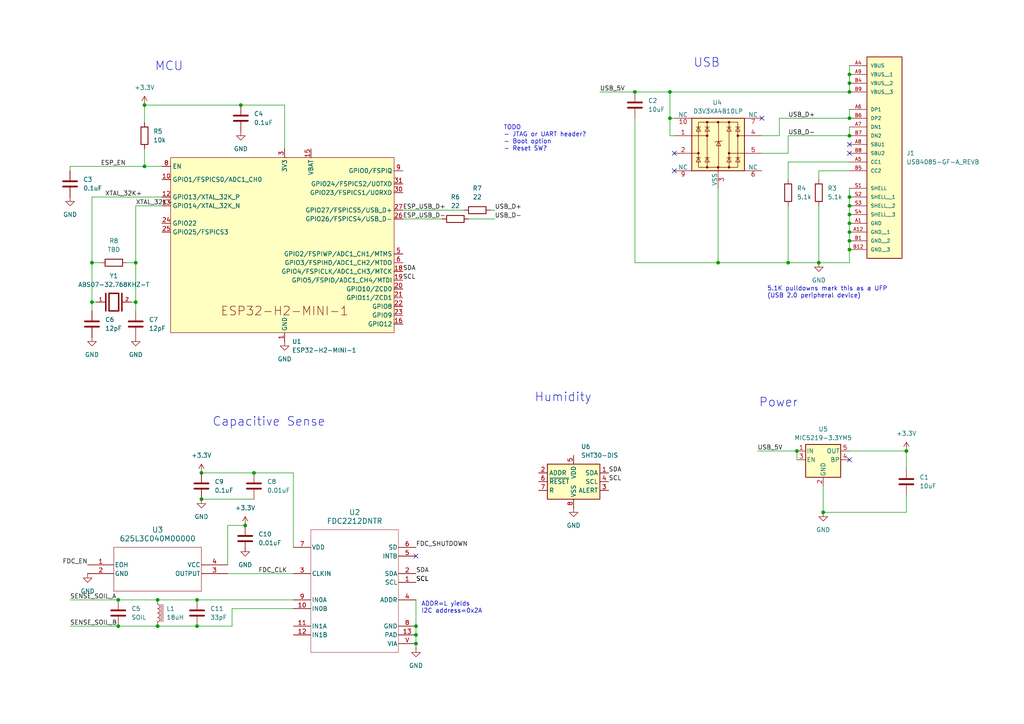
<source format=kicad_sch>
(kicad_sch (version 20250114) (generator "eeschema") (generator_version "9.0")
  (paper "A4")
  (lib_symbols
    (symbol "625L3C040M00000:625L3C040M00000" (pin_names (offset 0.254))
      (property "Reference" "U" (at 20.32 10.16 0))
      (property "Value" "625L3C040M00000" (at 20.32 7.62 0))
      (symbol "625L3C040M00000_0_1"
        (polyline (pts (xy 7.62 5.08) (xy 7.62 -7.62)) (stroke (width 0.127)))
        (polyline (pts (xy 7.62 -7.62) (xy 33.02 -7.62)) (stroke (width 0.127)))
        (polyline (pts (xy 33.02 5.08) (xy 7.62 5.08)) (stroke (width 0.127)))
        (polyline (pts (xy 33.02 -7.62) (xy 33.02 5.08)) (stroke (width 0.127)))
        (pin unspecified line (at 0 0 0) (length 7.62) (name "EOH") (number "1"))
        (pin power_out line (at 0 -2.54 0) (length 7.62) (name "GND") (number "2"))
        (pin power_in line (at 40.64 0 180) (length 7.62) (name "VCC") (number "4"))
        (pin output line (at 40.64 -2.54 180) (length 7.62) (name "OUTPUT") (number "3"))
      )
    )
    (symbol "ABS07-32.768KHZ-T:ABS07-32.768KHZ-T" (pin_names (offset 1.016))
      (property "Reference" "Y" (at -5.0878 3.8159 0))
      (property "Value" "ABS07-32.768KHZ-T" (at -5.0944 -5.0944 0))
      (symbol "ABS07-32.768KHZ-T_0_0"
        (polyline (pts (xy -2.3368 2.54) (xy -2.3368 -2.54)) (stroke (width 0.4064)))
        (polyline (pts (xy -1.397 2.54) (xy -1.397 -2.54)) (stroke (width 0.4064)))
        (polyline (pts (xy -1.397 2.54) (xy 1.397 2.54)) (stroke (width 0.4064)))
        (polyline (pts (xy 1.397 2.54) (xy 1.397 -2.54)) (stroke (width 0.4064)))
        (polyline (pts (xy 1.397 -2.54) (xy -1.397 -2.54)) (stroke (width 0.4064)))
        (polyline (pts (xy 2.3368 2.54) (xy 2.3368 -2.54)) (stroke (width 0.4064)))
        (pin passive line (at -5.08 0 0) (length 2.54) (name "~") (number "1"))
        (pin passive line (at 5.08 0 180) (length 2.54) (name "~") (number "2"))
      )
    )
    (symbol "Device:C" (pin_numbers (hide yes)) (pin_names (offset 0.254))
      (property "Reference" "C" (at 0.635 2.54 0))
      (property "Value" "C" (at 0.635 -2.54 0))
      (symbol "C_0_1"
        (polyline (pts (xy -2.032 0.762) (xy 2.032 0.762)) (stroke (width 0.508)))
        (polyline (pts (xy -2.032 -0.762) (xy 2.032 -0.762)) (stroke (width 0.508)))
      )
      (symbol "C_1_1"
        (pin passive line (at 0 3.81 270) (length 2.794) (name "~") (number "1"))
        (pin passive line (at 0 -3.81 90) (length 2.794) (name "~") (number "2"))
      )
    )
    (symbol "Device:L_Iron" (pin_numbers (hide yes)) (pin_names (offset 1.016) (hide yes))
      (property "Reference" "L" (at -1.27 0 90))
      (property "Value" "L_Iron" (at 2.794 0 90))
      (symbol "L_Iron_0_1"
        (arc (start 0 2.54) (mid 0.6323 1.905) (end 0 1.27))
        (arc (start 0 1.27) (mid 0.6323 0.635) (end 0 0))
        (arc (start 0 0) (mid 0.6323 -0.635) (end 0 -1.27))
        (arc (start 0 -1.27) (mid 0.6323 -1.905) (end 0 -2.54))
        (polyline (pts (xy 1.016 2.54) (xy 1.016 -2.54)))
        (polyline (pts (xy 1.524 -2.54) (xy 1.524 2.54)))
      )
      (symbol "L_Iron_1_1"
        (pin passive line (at 0 3.81 270) (length 1.27) (name "1") (number "1"))
        (pin passive line (at 0 -3.81 90) (length 1.27) (name "2") (number "2"))
      )
    )
    (symbol "Device:R" (pin_numbers (hide yes)) (pin_names (offset 0))
      (property "Reference" "R" (at 2.032 0 90))
      (property "Value" "R" (at 0 0 90))
      (symbol "R_0_1"
        (rectangle (start -1.016 -2.54) (end 1.016 2.54) (stroke (width 0.254)))
      )
      (symbol "R_1_1"
        (pin passive line (at 0 3.81 270) (length 1.27) (name "~") (number "1"))
        (pin passive line (at 0 -3.81 90) (length 1.27) (name "~") (number "2"))
      )
    )
    (symbol "FDC2212DNTR:FDC2212DNTR" (pin_names (offset 0.254))
      (property "Reference" "U" (at 0 2.54 0))
      (property "Value" "FDC2212DNTR" (at 0 0 0))
      (symbol "FDC2212DNTR_0_1"
        (polyline (pts (xy -12.7 17.78) (xy -12.7 -17.78)) (stroke (width 0.1016)))
        (polyline (pts (xy -12.7 -17.78) (xy 12.7 -17.78)) (stroke (width 0.1016)))
        (polyline (pts (xy 12.7 17.78) (xy -12.7 17.78)) (stroke (width 0.1016)))
        (polyline (pts (xy 12.7 -17.78) (xy 12.7 17.78)) (stroke (width 0.1016)))
        (pin power_in line (at -17.78 12.7 0) (length 5.08) (name "VDD") (number "7"))
        (pin input line (at -17.78 5.08 0) (length 5.08) (name "CLKIN") (number "3"))
        (pin input line (at -17.78 -2.54 0) (length 5.08) (name "IN0A") (number "9"))
        (pin input line (at -17.78 -5.08 0) (length 5.08) (name "IN0B") (number "10"))
        (pin input line (at -17.78 -10.16 0) (length 5.08) (name "IN1A") (number "11"))
        (pin input line (at -17.78 -12.7 0) (length 5.08) (name "IN1B") (number "12"))
        (pin input line (at 17.78 12.7 180) (length 5.08) (name "SD") (number "6"))
        (pin output line (at 17.78 10.16 180) (length 5.08) (name "INTB") (number "5"))
        (pin bidirectional line (at 17.78 5.08 180) (length 5.08) (name "SDA") (number "2"))
        (pin input line (at 17.78 2.54 180) (length 5.08) (name "SCL") (number "1"))
        (pin input line (at 17.78 -2.54 180) (length 5.08) (name "ADDR") (number "4"))
      )
      (symbol "FDC2212DNTR_1_1"
        (pin power_in line (at 17.78 -10.16 180) (length 5.08) (name "GND") (number "8"))
        (pin power_in line (at 17.78 -12.7 180) (length 5.08) (name "PAD") (number "13"))
        (pin power_in line (at 17.78 -15.24 180) (length 5.08) (name "VIA") (number "V"))
      )
    )
    (symbol "PCM_Espressif:ESP32-H2-MINI-1"
      (property "Reference" "U" (at -33.02 30.48 0))
      (property "Value" "ESP32-H2-MINI-1" (at -33.02 27.94 0))
      (symbol "ESP32-H2-MINI-1_0_1"
        (rectangle (start -33.02 25.4) (end 31.75 -25.4) (fill (type background)))
      )
      (symbol "ESP32-H2-MINI-1_1_0"
        (text "ESP32-H2-MINI-1" (at 0 -19.05 0) (effects (font (size 2.54 2.54))))
        (pin bidirectional line (at -35.56 19.05 0) (length 2.54) (name "GPIO1/FSPICS0/ADC1_CH0") (number "10"))
        (pin bidirectional line (at -35.56 6.35 0) (length 2.54) (name "GPIO22") (number "24"))
        (pin bidirectional line (at -35.56 3.81 0) (length 2.54) (name "GPIO25/FSPICS3") (number "25"))
        (pin no_connect line (at -35.56 -13.97 0) (length 2.54) (hide yes) (name "NC") (number "17"))
        (pin no_connect line (at -35.56 -13.97 0) (length 2.54) (hide yes) (name "NC") (number "28"))
        (pin no_connect line (at -35.56 -13.97 0) (length 2.54) (hide yes) (name "NC") (number "29"))
        (pin no_connect line (at -35.56 -13.97 0) (length 2.54) (hide yes) (name "NC") (number "32"))
        (pin no_connect line (at -35.56 -13.97 0) (length 2.54) (hide yes) (name "NC") (number "33"))
        (pin no_connect line (at -35.56 -13.97 0) (length 2.54) (hide yes) (name "NC") (number "34"))
        (pin no_connect line (at -35.56 -13.97 0) (length 2.54) (hide yes) (name "NC") (number "35"))
        (pin no_connect line (at -35.56 -13.97 0) (length 2.54) (hide yes) (name "NC") (number "4"))
        (pin no_connect line (at -35.56 -13.97 0) (length 2.54) (hide yes) (name "NC") (number "7"))
        (pin bidirectional line (at 34.29 21.59 180) (length 2.54) (name "GPIO0/FSPIQ") (number "9"))
      )
      (symbol "ESP32-H2-MINI-1_1_1"
        (pin input line (at -35.56 22.86 0) (length 2.54) (name "EN") (number "8"))
        (pin bidirectional line (at -35.56 13.97 0) (length 2.54) (name "GPIO13/XTAL_32K_P") (number "12"))
        (pin bidirectional line (at -35.56 11.43 0) (length 2.54) (name "GPIO14/XTAL_32K_N") (number "13"))
        (pin power_in line (at 0 27.94 270) (length 2.54) (name "3V3") (number "3"))
        (pin power_in line (at 0 -27.94 90) (length 2.54) (name "GND") (number "1"))
        (pin passive line (at 0 -27.94 90) (length 2.54) (hide yes) (name "GND") (number "11"))
        (pin passive line (at 0 -27.94 90) (length 2.54) (hide yes) (name "GND") (number "14"))
        (pin passive line (at 0 -27.94 90) (length 2.54) (hide yes) (name "GND") (number "2"))
        (pin passive line (at 0 -27.94 90) (length 2.54) (hide yes) (name "GND") (number "36"))
        (pin passive line (at 0 -27.94 90) (length 2.54) (hide yes) (name "GND") (number "37"))
        (pin passive line (at 0 -27.94 90) (length 2.54) (hide yes) (name "GND") (number "38"))
        (pin passive line (at 0 -27.94 90) (length 2.54) (hide yes) (name "GND") (number "39"))
        (pin passive line (at 0 -27.94 90) (length 2.54) (hide yes) (name "GND") (number "40"))
        (pin passive line (at 0 -27.94 90) (length 2.54) (hide yes) (name "GND") (number "41"))
        (pin passive line (at 0 -27.94 90) (length 2.54) (hide yes) (name "GND") (number "42"))
        (pin passive line (at 0 -27.94 90) (length 2.54) (hide yes) (name "GND") (number "43"))
        (pin passive line (at 0 -27.94 90) (length 2.54) (hide yes) (name "GND") (number "44"))
        (pin passive line (at 0 -27.94 90) (length 2.54) (hide yes) (name "GND") (number "45"))
        (pin passive line (at 0 -27.94 90) (length 2.54) (hide yes) (name "GND") (number "46"))
        (pin passive line (at 0 -27.94 90) (length 2.54) (hide yes) (name "GND") (number "47"))
        (pin passive line (at 0 -27.94 90) (length 2.54) (hide yes) (name "GND") (number "48"))
        (pin passive line (at 0 -27.94 90) (length 2.54) (hide yes) (name "GND") (number "49"))
        (pin passive line (at 0 -27.94 90) (length 2.54) (hide yes) (name "GND") (number "50"))
        (pin passive line (at 0 -27.94 90) (length 2.54) (hide yes) (name "GND") (number "51"))
        (pin passive line (at 0 -27.94 90) (length 2.54) (hide yes) (name "GND") (number "52"))
        (pin passive line (at 0 -27.94 90) (length 2.54) (hide yes) (name "GND") (number "53"))
        (pin input line (at 7.62 27.94 270) (length 2.54) (name "VBAT") (number "15"))
        (pin bidirectional line (at 34.29 17.78 180) (length 2.54) (name "GPIO24/FSPICS2/U0TXD") (number "31"))
        (pin bidirectional line (at 34.29 15.24 180) (length 2.54) (name "GPIO23/FSPICS1/U0RXD") (number "30"))
        (pin bidirectional line (at 34.29 10.16 180) (length 2.54) (name "GPIO27/FSPICS5/USB_D+") (number "27"))
        (pin bidirectional line (at 34.29 7.62 180) (length 2.54) (name "GPIO26/FSPICS4/USB_D-") (number "26"))
        (pin bidirectional line (at 34.29 -2.54 180) (length 2.54) (name "GPIO2/FSPIWP/ADC1_CH1/MTMS") (number "5"))
        (pin bidirectional line (at 34.29 -5.08 180) (length 2.54) (name "GPIO3/FSPIHD/ADC1_CH2/MTDO") (number "6"))
        (pin bidirectional line (at 34.29 -7.62 180) (length 2.54) (name "GPIO4/FSPICLK/ADC1_CH3/MTCK") (number "18"))
        (pin bidirectional line (at 34.29 -10.16 180) (length 2.54) (name "GPIO5/FSPID/ADC1_CH4/MTDI") (number "19"))
        (pin bidirectional line (at 34.29 -12.7 180) (length 2.54) (name "GPIO10/ZCD0") (number "20"))
        (pin bidirectional line (at 34.29 -15.24 180) (length 2.54) (name "GPIO11/ZCD1") (number "21"))
        (pin bidirectional line (at 34.29 -17.78 180) (length 2.54) (name "GPIO8") (number "22"))
        (pin bidirectional line (at 34.29 -20.32 180) (length 2.54) (name "GPIO9") (number "23"))
        (pin bidirectional line (at 34.29 -22.86 180) (length 2.54) (name "GPIO12") (number "16"))
      )
    )
    (symbol "Power_Protection:D3V3XA4B10LP" (pin_names (offset 0))
      (property "Reference" "U" (at -0.635 8.89 0))
      (property "Value" "D3V3XA4B10LP" (at 8.89 -10.16 0))
      (symbol "D3V3XA4B10LP_0_0"
        (rectangle (start -5.715 6.477) (end 5.715 -6.604))
        (polyline (pts (xy -3.175 -6.604) (xy -3.175 6.477)))
        (polyline (pts (xy 0.127 6.477) (xy 0.127 -6.604)))
        (polyline (pts (xy 3.175 6.477) (xy 3.175 -6.604)))
      )
      (symbol "D3V3XA4B10LP_0_1"
        (polyline (pts (xy -7.747 2.54) (xy -3.175 2.54)))
        (rectangle (start -7.62 7.62) (end 7.62 -7.62) (stroke (width 0.254)) (fill (type background)))
        (polyline (pts (xy -7.62 -2.54) (xy -5.715 -2.54)))
        (circle (center -5.715 -2.54) (radius 0.2794) (fill (type outline)))
        (polyline (pts (xy -5.08 5.08) (xy -6.35 5.08)))
        (polyline (pts (xy -5.08 3.81) (xy -6.35 3.81) (xy -5.715 5.08) (xy -5.08 3.81)))
        (polyline (pts (xy -5.08 -3.81) (xy -6.35 -3.81)))
        (polyline (pts (xy -5.08 -5.08) (xy -6.35 -5.08) (xy -5.715 -3.81) (xy -5.08 -5.08)))
        (circle (center -3.175 6.477) (radius 0.2794) (fill (type outline)))
        (circle (center -3.175 2.54) (radius 0.2794) (fill (type outline)))
        (circle (center -3.175 -6.604) (radius 0.2794) (fill (type outline)))
        (polyline (pts (xy -2.54 5.08) (xy -3.81 5.08)))
        (polyline (pts (xy -2.54 3.81) (xy -3.81 3.81) (xy -3.175 5.08) (xy -2.54 3.81)))
        (polyline (pts (xy -2.54 -3.81) (xy -3.81 -3.81)))
        (polyline (pts (xy -2.54 -5.08) (xy -3.81 -5.08) (xy -3.175 -3.81) (xy -2.54 -5.08)))
        (polyline (pts (xy -0.508 0.889) (xy -0.889 0.635)))
        (circle (center 0 6.477) (radius 0.2794) (fill (type outline)))
        (polyline (pts (xy 0 -6.604) (xy 0 -7.62)))
        (circle (center 0 -6.604) (radius 0.2794) (fill (type outline)))
        (polyline (pts (xy 0.762 0.889) (xy -0.508 0.889)))
        (polyline (pts (xy 0.762 0.889) (xy 1.143 1.143)))
        (polyline (pts (xy 0.762 -0.381) (xy -0.508 -0.381) (xy 0.127 0.889) (xy 0.762 -0.381)))
        (circle (center 3.175 6.477) (radius 0.2794) (fill (type outline)))
        (circle (center 3.175 -2.54) (radius 0.2794) (fill (type outline)))
        (circle (center 3.175 -6.604) (radius 0.2794) (fill (type outline)))
        (polyline (pts (xy 3.81 5.08) (xy 2.54 5.08)))
        (polyline (pts (xy 3.81 3.81) (xy 2.54 3.81) (xy 3.175 5.08) (xy 3.81 3.81)))
        (polyline (pts (xy 3.81 -3.81) (xy 2.54 -3.81)))
        (polyline (pts (xy 3.81 -5.08) (xy 2.54 -5.08) (xy 3.175 -3.81) (xy 3.81 -5.08)))
        (circle (center 5.715 2.54) (radius 0.2794) (fill (type outline)))
        (polyline (pts (xy 6.35 5.08) (xy 5.08 5.08)))
        (polyline (pts (xy 6.35 3.81) (xy 5.08 3.81) (xy 5.715 5.08) (xy 6.35 3.81)))
        (polyline (pts (xy 6.35 -3.81) (xy 5.08 -3.81)))
        (polyline (pts (xy 6.35 -5.08) (xy 5.08 -5.08) (xy 5.715 -3.81) (xy 6.35 -5.08)))
        (polyline (pts (xy 7.62 2.54) (xy 5.715 2.54)))
        (polyline (pts (xy 7.62 -2.54) (xy 3.175 -2.54)))
      )
      (symbol "D3V3XA4B10LP_1_1"
        (pin free line (at -12.7 7.62 0) (length 5.08) (name "NC") (number "10"))
        (pin passive line (at -12.7 2.54 0) (length 5.08) (name "~") (number "1"))
        (pin passive line (at -12.7 -2.54 0) (length 5.08) (name "~") (number "2"))
        (pin free line (at -12.7 -7.62 0) (length 5.08) (name "NC") (number "9"))
        (pin power_in line (at 0 -12.7 90) (length 5.08) (name "VSS") (number "3"))
        (pin passive line (at 0 -12.7 90) (length 5.08) (hide yes) (name "VSS") (number "8"))
        (pin free line (at 12.7 7.62 180) (length 5.08) (name "NC") (number "7"))
        (pin passive line (at 12.7 2.54 180) (length 5.08) (name "~") (number "4"))
        (pin passive line (at 12.7 -2.54 180) (length 5.08) (name "~") (number "5"))
        (pin free line (at 12.7 -7.62 180) (length 5.08) (name "NC") (number "6"))
      )
    )
    (symbol "Regulator_Linear:MIC5219-3.3YM5" (pin_names (offset 0.254))
      (property "Reference" "U" (at -3.81 5.715 0))
      (property "Value" "MIC5219-3.3YM5" (at 0 5.715 0))
      (symbol "MIC5219-3.3YM5_0_1"
        (rectangle (start -5.08 4.445) (end 5.08 -5.08) (stroke (width 0.254)) (fill (type background)))
      )
      (symbol "MIC5219-3.3YM5_1_1"
        (pin power_in line (at -7.62 2.54 0) (length 2.54) (name "IN") (number "1"))
        (pin input line (at -7.62 0 0) (length 2.54) (name "EN") (number "3"))
        (pin power_in line (at 0 -7.62 90) (length 2.54) (name "GND") (number "2"))
        (pin power_out line (at 7.62 2.54 180) (length 2.54) (name "OUT") (number "5"))
        (pin input line (at 7.62 0 180) (length 2.54) (name "BP") (number "4"))
      )
    )
    (symbol "Sensor_Humidity:SHT30-DIS"
      (property "Reference" "U" (at -6.35 6.35 0))
      (property "Value" "SHT30-DIS" (at 6.35 6.35 0))
      (symbol "SHT30-DIS_0_1"
        (rectangle (start -7.62 5.08) (end 7.62 -5.08) (stroke (width 0.254)) (fill (type background)))
      )
      (symbol "SHT30-DIS_1_1"
        (pin input line (at -10.16 2.54 0) (length 2.54) (name "ADDR") (number "2"))
        (pin input line (at -10.16 0 0) (length 2.54) (name "~{RESET}") (number "6"))
        (pin passive line (at -10.16 -2.54 0) (length 2.54) (name "R") (number "7"))
        (pin power_in line (at 0 7.62 270) (length 2.54) (name "VDD") (number "5"))
        (pin power_in line (at 0 -7.62 90) (length 2.54) (name "VSS") (number "8"))
        (pin passive line (at 0 -7.62 90) (length 2.54) (hide yes) (name "VSS") (number "9"))
        (pin bidirectional line (at 10.16 2.54 180) (length 2.54) (name "SDA") (number "1"))
        (pin input line (at 10.16 0 180) (length 2.54) (name "SCL") (number "4"))
        (pin output line (at 10.16 -2.54 180) (length 2.54) (name "ALERT") (number "3"))
      )
    )
    (symbol "USB4085-GF-A_REVB:USB4085-GF-A_REVB" (pin_names (offset 1.016))
      (property "Reference" "J1" (at 6.35 -10.1599 0))
      (property "Value" "USB4085-GF-A_REVB" (at 6.35 -12.6999 0))
      (symbol "USB4085-GF-A_REVB_0_0"
        (rectangle (start -5.08 -40.64) (end 5.08 17.78) (stroke (width 0.254)) (fill (type background)))
        (pin power_in line (at -10.16 15.24 0) (length 5.08) (name "VBUS") (number "A4"))
        (pin power_in line (at -10.16 12.7 0) (length 5.08) (name "VBUS__1") (number "A9"))
        (pin power_in line (at -10.16 10.16 0) (length 5.08) (name "VBUS__2") (number "B4"))
        (pin power_in line (at -10.16 7.62 0) (length 5.08) (name "VBUS__3") (number "B9"))
        (pin bidirectional line (at -10.16 2.54 0) (length 5.08) (name "DP1") (number "A6"))
        (pin bidirectional line (at -10.16 0 0) (length 5.08) (name "DP2") (number "B6"))
        (pin bidirectional line (at -10.16 -2.54 0) (length 5.08) (name "DN1") (number "A7"))
        (pin bidirectional line (at -10.16 -5.08 0) (length 5.08) (name "DN2") (number "B7"))
        (pin bidirectional line (at -10.16 -7.62 0) (length 5.08) (name "SBU1") (number "A8"))
        (pin bidirectional line (at -10.16 -10.16 0) (length 5.08) (name "SBU2") (number "B8"))
        (pin bidirectional line (at -10.16 -12.7 0) (length 5.08) (name "CC1") (number "A5"))
        (pin bidirectional line (at -10.16 -15.24 0) (length 5.08) (name "CC2") (number "B5"))
        (pin passive line (at -10.16 -20.32 0) (length 5.08) (name "SHELL") (number "S1"))
        (pin passive line (at -10.16 -22.86 0) (length 5.08) (name "SHELL__1") (number "S2"))
        (pin passive line (at -10.16 -25.4 0) (length 5.08) (name "SHELL__2") (number "S3"))
        (pin passive line (at -10.16 -27.94 0) (length 5.08) (name "SHELL__3") (number "S4"))
        (pin power_in line (at -10.16 -30.48 0) (length 5.08) (name "GND") (number "A1"))
        (pin power_in line (at -10.16 -33.02 0) (length 5.08) (name "GND__1") (number "A12"))
        (pin power_in line (at -10.16 -35.56 0) (length 5.08) (name "GND__2") (number "B1"))
        (pin power_in line (at -10.16 -38.1 0) (length 5.08) (name "GND__3") (number "B12"))
      )
    )
    (symbol "power:+3.3V" (power) (pin_numbers (hide yes)) (pin_names (offset 0) (hide yes))
      (property "Value" "+3.3V" (at 0 3.556 0))
      (symbol "+3.3V_0_1"
        (polyline (pts (xy -0.762 1.27) (xy 0 2.54)))
        (polyline (pts (xy 0 2.54) (xy 0.762 1.27)))
        (polyline (pts (xy 0 0) (xy 0 2.54)))
      )
      (symbol "+3.3V_1_1"
        (pin power_in line (at 0 0 90) (length 0) (name "~") (number "1"))
      )
    )
    (symbol "power:+3V3" (power) (pin_numbers (hide yes)) (pin_names (offset 0) (hide yes))
      (property "Value" "+3V3" (at 0 3.556 0))
      (symbol "+3V3_0_1"
        (polyline (pts (xy -0.762 1.27) (xy 0 2.54)))
        (polyline (pts (xy 0 2.54) (xy 0.762 1.27)))
        (polyline (pts (xy 0 0) (xy 0 2.54)))
      )
      (symbol "+3V3_1_1"
        (pin power_in line (at 0 0 90) (length 0) (name "~") (number "1"))
      )
    )
    (symbol "power:GND" (power) (pin_numbers (hide yes)) (pin_names (offset 0) (hide yes))
      (property "Value" "GND" (at 0 -3.81 0))
      (symbol "GND_0_1"
        (polyline (pts (xy 0 0) (xy 0 -1.27) (xy 1.27 -1.27) (xy 0 -2.54) (xy -1.27 -1.27) (xy 0 -1.27)))
      )
      (symbol "GND_1_1"
        (pin power_in line (at 0 0 270) (length 0) (name "~") (number "1"))
      )
    )
  )
  (text "Capacitive Sense" (at 77.978 122.428 0) (effects (font (size 2.54 2.54))))
  (text "Power" (at 225.806 116.84 0) (effects (font (size 2.54 2.54))))
  (text "Humidity" (at 163.322 115.316 0) (effects (font (size 2.54 2.54))))
  (text "USB" (at 204.978 18.288 0) (effects (font (size 2.54 2.54))))
  (text "5.1K pulldowns mark this as a UFP\n(USB 2.0 peripheral device)" (at 222.504 84.836 0) (effects (font (size 1.27 1.27)) (justify left)))
  (text "MCU" (at 49.022 19.304 0) (effects (font (size 2.54 2.54))))
  (text "ADDR=L yields\nI2C address=0x2A" (at 122.174 176.276 0) (effects (font (size 1.27 1.27)) (justify left)))
  (text "TODO\n- JTAG or UART header?\n- Boot option\n- Reset SW?" (at 146.05 40.132 0) (effects (font (size 1.27 1.27)) (justify left)))
  (junction (at 120.65 184.15))
  (junction (at 41.91 30.48))
  (junction (at 238.76 148.59))
  (junction (at 246.38 67.31))
  (junction (at 208.28 76.2))
  (junction (at 57.15 181.61))
  (junction (at 26.67 76.2))
  (junction (at 45.72 181.61))
  (junction (at 228.6 76.2))
  (junction (at 57.15 173.99))
  (junction (at 246.38 24.13))
  (junction (at 231.14 130.81))
  (junction (at 120.65 181.61))
  (junction (at 41.91 48.26))
  (junction (at 246.38 62.23))
  (junction (at 246.38 34.29))
  (junction (at 39.37 87.63))
  (junction (at 262.89 130.81))
  (junction (at 120.65 186.69))
  (junction (at 71.12 152.4))
  (junction (at 73.66 137.16))
  (junction (at 246.38 39.37))
  (junction (at 246.38 26.67))
  (junction (at 34.29 173.99))
  (junction (at 39.37 76.2))
  (junction (at 237.49 76.2))
  (junction (at 246.38 72.39))
  (junction (at 26.67 87.63))
  (junction (at 194.31 34.29))
  (junction (at 34.29 181.61))
  (junction (at 58.42 137.16))
  (junction (at 58.42 144.78))
  (junction (at 184.15 26.67))
  (junction (at 69.85 30.48))
  (junction (at 194.31 26.67))
  (junction (at 246.38 21.59))
  (junction (at 246.38 59.69))
  (junction (at 45.72 173.99))
  (junction (at 246.38 69.85))
  (junction (at 246.38 57.15))
  (junction (at 246.38 64.77))
  (no_connect (at 195.58 49.53))
  (no_connect (at 220.98 34.29))
  (no_connect (at 195.58 44.45))
  (no_connect (at 246.38 133.35))
  (no_connect (at 246.38 41.91))
  (no_connect (at 120.65 161.29))
  (no_connect (at 246.38 44.45))
  (wire (pts (xy 246.38 69.85) (xy 246.38 72.39)))
  (wire (pts (xy 246.38 31.75) (xy 246.38 34.29)))
  (wire (pts (xy 34.29 181.61) (xy 45.72 181.61)))
  (wire (pts (xy 228.6 76.2) (xy 237.49 76.2)))
  (wire (pts (xy 228.6 59.69) (xy 228.6 76.2)))
  (wire (pts (xy 262.89 143.51) (xy 262.89 148.59)))
  (wire (pts (xy 120.65 173.99) (xy 120.65 181.61)))
  (wire (pts (xy 41.91 48.26) (xy 46.99 48.26)))
  (wire (pts (xy 194.31 26.67) (xy 246.38 26.67)))
  (wire (pts (xy 39.37 87.63) (xy 38.1 87.63)))
  (wire (pts (xy 246.38 67.31) (xy 246.38 69.85)))
  (wire (pts (xy 71.12 158.75) (xy 71.12 160.02)))
  (wire (pts (xy 57.15 181.61) (xy 67.31 181.61)))
  (wire (pts (xy 219.71 130.81) (xy 231.14 130.81)))
  (wire (pts (xy 46.99 59.69) (xy 39.37 59.69)))
  (wire (pts (xy 208.28 76.2) (xy 228.6 76.2)))
  (wire (pts (xy 246.38 62.23) (xy 246.38 64.77)))
  (wire (pts (xy 34.29 173.99) (xy 45.72 173.99)))
  (wire (pts (xy 41.91 43.18) (xy 41.91 48.26)))
  (wire (pts (xy 231.14 130.81) (xy 231.14 133.35)))
  (wire (pts (xy 226.06 34.29) (xy 246.38 34.29)))
  (wire (pts (xy 228.6 44.45) (xy 220.98 44.45)))
  (wire (pts (xy 226.06 39.37) (xy 220.98 39.37)))
  (wire (pts (xy 237.49 59.69) (xy 237.49 76.2)))
  (wire (pts (xy 85.09 137.16) (xy 85.09 158.75)))
  (wire (pts (xy 39.37 87.63) (xy 39.37 76.2)))
  (wire (pts (xy 228.6 39.37) (xy 228.6 44.45)))
  (wire (pts (xy 85.09 176.53) (xy 67.31 176.53)))
  (wire (pts (xy 194.31 26.67) (xy 194.31 34.29)))
  (wire (pts (xy 45.72 181.61) (xy 57.15 181.61)))
  (wire (pts (xy 26.67 57.15) (xy 26.67 76.2)))
  (wire (pts (xy 134.62 60.96) (xy 116.84 60.96)))
  (wire (pts (xy 237.49 76.2) (xy 246.38 76.2)))
  (wire (pts (xy 120.65 184.15) (xy 120.65 186.69)))
  (wire (pts (xy 228.6 46.99) (xy 228.6 52.07)))
  (wire (pts (xy 120.65 181.61) (xy 120.65 184.15)))
  (wire (pts (xy 66.04 166.37) (xy 85.09 166.37)))
  (wire (pts (xy 237.49 49.53) (xy 246.38 49.53)))
  (wire (pts (xy 238.76 140.97) (xy 238.76 148.59)))
  (wire (pts (xy 26.67 87.63) (xy 26.67 90.17)))
  (wire (pts (xy 246.38 24.13) (xy 246.38 26.67)))
  (wire (pts (xy 26.67 87.63) (xy 27.94 87.63)))
  (wire (pts (xy 41.91 30.48) (xy 69.85 30.48)))
  (wire (pts (xy 194.31 34.29) (xy 194.31 39.37)))
  (wire (pts (xy 36.83 76.2) (xy 39.37 76.2)))
  (wire (pts (xy 26.67 87.63) (xy 26.67 76.2)))
  (wire (pts (xy 246.38 57.15) (xy 246.38 59.69)))
  (wire (pts (xy 246.38 130.81) (xy 262.89 130.81)))
  (wire (pts (xy 73.66 137.16) (xy 85.09 137.16)))
  (wire (pts (xy 237.49 49.53) (xy 237.49 52.07)))
  (wire (pts (xy 20.32 48.26) (xy 41.91 48.26)))
  (wire (pts (xy 66.04 152.4) (xy 66.04 163.83)))
  (wire (pts (xy 26.67 76.2) (xy 29.21 76.2)))
  (wire (pts (xy 20.32 173.99) (xy 34.29 173.99)))
  (wire (pts (xy 238.76 148.59) (xy 262.89 148.59)))
  (wire (pts (xy 208.28 76.2) (xy 208.28 54.61)))
  (wire (pts (xy 20.32 181.61) (xy 34.29 181.61)))
  (wire (pts (xy 120.65 186.69) (xy 120.65 187.96)))
  (wire (pts (xy 46.99 57.15) (xy 26.67 57.15)))
  (wire (pts (xy 20.32 49.53) (xy 20.32 48.26)))
  (wire (pts (xy 246.38 59.69) (xy 246.38 62.23)))
  (wire (pts (xy 143.51 60.96) (xy 142.24 60.96)))
  (wire (pts (xy 246.38 54.61) (xy 246.38 57.15)))
  (wire (pts (xy 195.58 39.37) (xy 194.31 39.37)))
  (wire (pts (xy 246.38 21.59) (xy 246.38 24.13)))
  (wire (pts (xy 82.55 30.48) (xy 82.55 43.18)))
  (wire (pts (xy 67.31 176.53) (xy 67.31 181.61)))
  (wire (pts (xy 246.38 19.05) (xy 246.38 21.59)))
  (wire (pts (xy 228.6 46.99) (xy 246.38 46.99)))
  (wire (pts (xy 228.6 39.37) (xy 246.38 39.37)))
  (wire (pts (xy 39.37 59.69) (xy 39.37 76.2)))
  (wire (pts (xy 184.15 26.67) (xy 194.31 26.67)))
  (wire (pts (xy 41.91 30.48) (xy 41.91 35.56)))
  (wire (pts (xy 246.38 72.39) (xy 246.38 76.2)))
  (wire (pts (xy 226.06 34.29) (xy 226.06 39.37)))
  (wire (pts (xy 262.89 130.81) (xy 262.89 135.89)))
  (wire (pts (xy 194.31 34.29) (xy 195.58 34.29)))
  (wire (pts (xy 39.37 87.63) (xy 39.37 90.17)))
  (wire (pts (xy 57.15 173.99) (xy 85.09 173.99)))
  (wire (pts (xy 58.42 144.78) (xy 73.66 144.78)))
  (wire (pts (xy 45.72 173.99) (xy 57.15 173.99)))
  (wire (pts (xy 184.15 34.29) (xy 184.15 76.2)))
  (wire (pts (xy 246.38 36.83) (xy 246.38 39.37)))
  (wire (pts (xy 143.51 63.5) (xy 135.89 63.5)))
  (wire (pts (xy 71.12 152.4) (xy 66.04 152.4)))
  (wire (pts (xy 69.85 30.48) (xy 82.55 30.48)))
  (wire (pts (xy 184.15 76.2) (xy 208.28 76.2)))
  (wire (pts (xy 173.99 26.67) (xy 184.15 26.67)))
  (wire (pts (xy 128.27 63.5) (xy 116.84 63.5)))
  (wire (pts (xy 246.38 64.77) (xy 246.38 67.31)))
  (wire (pts (xy 58.42 137.16) (xy 73.66 137.16)))
  (label "ESP_USB_D+" (at 116.84 60.96 0))
  (label "SCL" (at 176.53 139.7 0))
  (label "USB_5V" (at 219.71 130.81 0))
  (label "USB_5V" (at 173.99 26.67 0))
  (label "SDA" (at 120.65 166.37 0))
  (label "USB_D-" (at 228.6 39.37 0))
  (label "FDC_CLK" (at 74.93 166.37 0))
  (label "XTAL_32K-" (at 39.37 59.69 0))
  (label "SDA" (at 116.84 78.74 0))
  (label "ESP_EN" (at 29.21 48.26 0))
  (label "XTAL_32K+" (at 30.48 57.15 0))
  (label "SENSE_SOIL_A" (at 20.32 173.99 0))
  (label "SENSE_SOIL_B" (at 20.32 181.61 0))
  (label "USB_D+" (at 228.6 34.29 0))
  (label "USB_D-" (at 143.51 63.5 0))
  (label "SDA" (at 176.53 137.16 0))
  (label "SCL" (at 120.65 168.91 0))
  (label "USB_D+" (at 143.51 60.96 0))
  (label "SCL" (at 120.65 168.91 0))
  (label "FDC_SHUTDOWN" (at 120.65 158.75 0))
  (label "ESP_USB_D-" (at 116.84 63.5 0))
  (label "SCL" (at 116.84 81.28 0))
  (label "FDC_EN" (at 25.4 163.83 180))
  (symbol (lib_id "Device:C") (at 71.12 156.21 0) (unit 1)
    (property "Reference" "C10" (at 74.93 154.9399 0) (effects (justify left)))
    (property "Value" "0.01uF" (at 74.93 157.4799 0) (effects (justify left)))
    (property "Footprint" "Capacitor_SMD:C_0402_1005Metric" (effects (hide yes)))
    (property "Description" "Unpolarized capacitor" (effects (hide yes)))
  )
  (symbol (lib_id "power:GND") (at 166.37 147.32 0) (unit 1)
    (property "Reference" "#PWR016" (effects (hide yes)))
    (property "Value" "GND" (at 166.37 152.4 0))
    (property "Description" "Power symbol creates a global label with name \"GND\" , ground" (effects (hide yes)))
  )
  (symbol (lib_id "FDC2212DNTR:FDC2212DNTR") (at 102.87 171.45 0) (unit 1)
    (property "Reference" "U2" (at 102.87 148.59 0) (effects (font (size 1.524 1.524))))
    (property "Value" "FDC2212DNTR" (at 102.87 151.13 0) (effects (font (size 1.524 1.524))))
    (property "Footprint" "DNT0012B" (effects (hide yes)))
    (property "Datasheet" "https://www.ti.com/lit/gpn/fdc2212" (effects (hide yes)))
  )
  (symbol (lib_id "power:GND") (at 120.65 187.96 0) (unit 1)
    (property "Reference" "#PWR08" (effects (hide yes)))
    (property "Value" "GND" (at 120.65 193.04 0))
    (property "Description" "Power symbol creates a global label with name \"GND\" , ground" (effects (hide yes)))
  )
  (symbol (lib_id "Device:L_Iron") (at 45.72 177.8 0) (unit 1)
    (property "Reference" "L1" (at 48.26 176.5299 0) (effects (justify left)))
    (property "Value" "18uH" (at 48.26 179.07 0) (effects (justify left)))
    (property "Footprint" "Inductor_SMD:L_0603_1608Metric" (effects (hide yes)))
    (property "Description" "Inductor with iron core" (effects (hide yes)))
  )
  (symbol (lib_id "USB4085-GF-A_REVB:USB4085-GF-A_REVB") (at 256.54 34.29 0) (unit 1)
    (property "Reference" "J1" (at 262.89 44.4499 0) (effects (justify left)))
    (property "Value" "USB4085-GF-A_REVB" (at 262.89 46.9899 0) (effects (justify left)))
    (property "Footprint" "USB4085_GF_A:GCT_USB4085-GF-A_REVB" (effects (hide yes)))
    (property "PARTREV" "B" (effects (hide yes)))
    (property "STANDARD" "Manufacturer Recommendations" (effects (hide yes)))
    (property "SNAPEDA_PN" "USB4085-GF-A" (effects (hide yes)))
    (property "MAXIMUM_PACKAGE_HEIGHT" "3.16mm" (effects (hide yes)))
    (property "MANUFACTURER" "Global Connector Technology" (effects (hide yes)))
  )
  (symbol (lib_id "Device:C") (at 57.15 177.8 0) (unit 1)
    (property "Reference" "C11" (at 60.96 176.5299 0) (effects (justify left)))
    (property "Value" "33pF" (at 60.96 179.0699 0) (effects (justify left)))
    (property "Footprint" "Capacitor_SMD:C_0603_1608Metric" (effects (hide yes)))
    (property "Description" "Unpolarized capacitor" (effects (hide yes)))
  )
  (symbol (lib_id "Device:C") (at 39.37 93.98 0) (unit 1)
    (property "Reference" "C7" (at 43.18 92.7099 0) (effects (justify left)))
    (property "Value" "12pF" (at 43.18 95.2499 0) (effects (justify left)))
    (property "Footprint" "Capacitor_SMD:C_0402_1005Metric" (effects (hide yes)))
    (property "Description" "Unpolarized capacitor" (effects (hide yes)))
  )
  (symbol (lib_id "Sensor_Humidity:SHT30-DIS") (at 166.37 139.7 0) (unit 1)
    (property "Reference" "U6" (at 168.5133 129.54 0) (effects (justify left)))
    (property "Value" "SHT30-DIS" (at 168.5133 132.08 0) (effects (justify left)))
    (property "Footprint" "Sensor_Humidity:Sensirion_DFN-8-1EP_2.5x2.5mm_P0.5mm_EP1.1x1.7mm" (effects (hide yes)))
    (property "Datasheet" "https://www.sensirion.com/fileadmin/user_upload/customers/sensirion/Dokumente/2_Humidity_Sensors/Datasheets/Sensirion_Humidity_Sensors_SHT3x_Datasheet_digital.pdf" (effects (hide yes)))
    (property "Description" "I²C humidity and temperature sensor, ±2%RH, ±0.2°C, DFN-8" (effects (hide yes)))
  )
  (symbol (lib_id "Device:C") (at 58.42 140.97 0) (unit 1)
    (property "Reference" "C9" (at 62.23 139.6999 0) (effects (justify left)))
    (property "Value" "0.1uF" (at 62.23 142.2399 0) (effects (justify left)))
    (property "Footprint" "Capacitor_SMD:C_0402_1005Metric" (effects (hide yes)))
    (property "Description" "Unpolarized capacitor" (effects (hide yes)))
  )
  (symbol (lib_id "Device:R") (at 33.02 76.2 90) (unit 1)
    (property "Reference" "R8" (at 33.02 69.85 90))
    (property "Value" "TBD" (at 33.02 72.39 90))
    (property "Footprint" "Resistor_SMD:R_0402_1005Metric" (effects (hide yes)))
    (property "Description" "Resistor" (effects (hide yes)))
  )
  (symbol (lib_id "PCM_Espressif:ESP32-H2-MINI-1") (at 82.55 71.12 0) (unit 1)
    (property "Reference" "U1" (at 84.6933 99.06 0) (effects (justify left)))
    (property "Value" "ESP32-H2-MINI-1" (at 84.6933 101.6 0) (effects (justify left)))
    (property "Footprint" "PCM_Espressif:ESP32-H2-MINI-1" (effects (hide yes)))
    (property "Datasheet" "https://www.espressif.com/sites/default/files/documentation/esp32-h2-mini-1_mini-1u_datasheet_en.pdf" (effects (hide yes)))
    (property "Description" "ESP32-C2-MINI-1 family is an ultra-low-power MCU-based SoC solution that supports Bluetooth®Low Energy (Bluetooth LE), Zigbee 3.0 and Matter" (effects (hide yes)))
  )
  (symbol (lib_id "power:GND") (at 26.67 97.79 0) (unit 1)
    (property "Reference" "#PWR010" (effects (hide yes)))
    (property "Value" "GND" (at 26.67 102.87 0))
    (property "Description" "Power symbol creates a global label with name \"GND\" , ground" (effects (hide yes)))
  )
  (symbol (lib_id "power:GND") (at 237.49 76.2 0) (unit 1)
    (property "Reference" "#PWR04" (effects (hide yes)))
    (property "Value" "GND" (at 237.49 81.28 0))
    (property "Description" "Power symbol creates a global label with name \"GND\" , ground" (effects (hide yes)))
  )
  (symbol (lib_id "power:+3.3V") (at 58.42 137.16 0) (unit 1)
    (property "Reference" "#PWR06" (effects (hide yes)))
    (property "Value" "+3.3V" (at 58.42 132.08 0))
    (property "Description" "Power symbol creates a global label with name \"+3.3V\"" (effects (hide yes)))
  )
  (symbol (lib_id "power:GND") (at 69.85 38.1 0) (unit 1)
    (property "Reference" "#PWR07" (effects (hide yes)))
    (property "Value" "GND" (at 69.85 43.18 0))
    (property "Description" "Power symbol creates a global label with name \"GND\" , ground" (effects (hide yes)))
  )
  (symbol (lib_id "Device:C") (at 73.66 140.97 0) (unit 1)
    (property "Reference" "C8" (at 77.47 139.6999 0) (effects (justify left)))
    (property "Value" "0.01uF" (at 77.47 142.2399 0) (effects (justify left)))
    (property "Footprint" "Capacitor_SMD:C_0402_1005Metric" (effects (hide yes)))
    (property "Description" "Unpolarized capacitor" (effects (hide yes)))
  )
  (symbol (lib_id "Device:R") (at 228.6 55.88 0) (unit 1)
    (property "Reference" "R4" (at 231.14 54.6099 0) (effects (justify left)))
    (property "Value" "5.1k" (at 231.14 57.1499 0) (effects (justify left)))
    (property "Footprint" "Resistor_SMD:R_0402_1005Metric" (effects (hide yes)))
    (property "Description" "Resistor" (effects (hide yes)))
  )
  (symbol (lib_id "ABS07-32.768KHZ-T:ABS07-32.768KHZ-T") (at 33.02 87.63 0) (unit 1)
    (property "Reference" "Y1" (at 33.02 80.01 0))
    (property "Value" "ABS07-32.768KHZ-T" (at 33.02 82.55 0))
    (property "Footprint" "ABS07_32_768KHZ_T:XTAL_ABS07-32.768KHZ-T" (effects (hide yes)))
    (property "PARTREV" "08.19.15" (effects (hide yes)))
    (property "STANDARD" "Manufacturer Recommendations" (effects (hide yes)))
    (property "MAXIMUM_PACKAGE_HEIGHT" "0.9 mm" (effects (hide yes)))
    (property "MANUFACTURER" "Abracon" (effects (hide yes)))
  )
  (symbol (lib_id "Regulator_Linear:MIC5219-3.3YM5") (at 238.76 133.35 0) (unit 1)
    (property "Reference" "U5" (at 238.76 124.46 0))
    (property "Value" "MIC5219-3.3YM5" (at 238.76 127 0))
    (property "Footprint" "Package_TO_SOT_SMD:SOT-23-5" (effects (hide yes)))
    (property "Datasheet" "http://ww1.microchip.com/downloads/en/DeviceDoc/MIC5219-500mA-Peak-Output-LDO-Regulator-DS20006021A.pdf" (effects (hide yes)))
    (property "Description" "500mA low dropout linear regulator, fixed 3.3V output, SOT-23-5" (effects (hide yes)))
  )
  (symbol (lib_id "Device:C") (at 20.32 53.34 0) (unit 1)
    (property "Reference" "C3" (at 24.13 52.0699 0) (effects (justify left)))
    (property "Value" "0.1uF" (at 24.13 54.6099 0) (effects (justify left)))
    (property "Footprint" "Capacitor_SMD:C_0402_1005Metric" (effects (hide yes)))
    (property "Description" "Unpolarized capacitor" (effects (hide yes)))
  )
  (symbol (lib_id "power:GND") (at 58.42 144.78 0) (unit 1)
    (property "Reference" "#PWR013" (effects (hide yes)))
    (property "Value" "GND" (at 58.42 149.86 0))
    (property "Description" "Power symbol creates a global label with name \"GND\" , ground" (effects (hide yes)))
  )
  (symbol (lib_id "power:GND") (at 71.12 158.75 0) (unit 1)
    (property "Reference" "#PWR014" (effects (hide yes)))
    (property "Value" "GND" (at 71.12 163.83 0))
    (property "Description" "Power symbol creates a global label with name \"GND\" , ground" (effects (hide yes)))
  )
  (symbol (lib_id "Device:R") (at 237.49 55.88 0) (unit 1)
    (property "Reference" "R3" (at 240.03 54.6099 0) (effects (justify left)))
    (property "Value" "5.1k" (at 240.03 57.1499 0) (effects (justify left)))
    (property "Footprint" "Resistor_SMD:R_0402_1005Metric" (effects (hide yes)))
    (property "Description" "Resistor" (effects (hide yes)))
  )
  (symbol (lib_id "Device:C") (at 26.67 93.98 0) (unit 1)
    (property "Reference" "C6" (at 30.48 92.7099 0) (effects (justify left)))
    (property "Value" "12pF" (at 30.48 95.2499 0) (effects (justify left)))
    (property "Footprint" "Capacitor_SMD:C_0402_1005Metric" (effects (hide yes)))
    (property "Description" "Unpolarized capacitor" (effects (hide yes)))
  )
  (symbol (lib_id "power:GND") (at 25.4 166.37 0) (unit 1)
    (property "Reference" "#PWR015" (effects (hide yes)))
    (property "Value" "GND" (at 25.4 171.45 0))
    (property "Description" "Power symbol creates a global label with name \"GND\" , ground" (effects (hide yes)))
  )
  (symbol (lib_id "Device:C") (at 34.29 177.8 0) (unit 1)
    (property "Reference" "C5" (at 38.1 176.5299 0) (effects (justify left)))
    (property "Value" "SOIL" (at 38.1 179.0699 0) (effects (justify left)))
    (property "Footprint" "CapacitiveStrips:C_Rectangle" (effects (hide yes)))
    (property "Description" "Unpolarized capacitor" (effects (hide yes)))
  )
  (symbol (lib_id "power:GND") (at 82.55 99.06 0) (unit 1)
    (property "Reference" "#PWR03" (effects (hide yes)))
    (property "Value" "GND" (at 82.55 104.14 0))
    (property "Description" "Power symbol creates a global label with name \"GND\" , ground" (effects (hide yes)))
  )
  (symbol (lib_id "power:GND") (at 238.76 148.59 0) (unit 1)
    (property "Reference" "#PWR02" (effects (hide yes)))
    (property "Value" "GND" (at 238.76 153.67 0))
    (property "Description" "Power symbol creates a global label with name \"GND\" , ground" (effects (hide yes)))
  )
  (symbol (lib_id "power:GND") (at 39.37 97.79 0) (unit 1)
    (property "Reference" "#PWR011" (effects (hide yes)))
    (property "Value" "GND" (at 39.37 102.87 0))
    (property "Description" "Power symbol creates a global label with name \"GND\" , ground" (effects (hide yes)))
  )
  (symbol (lib_id "power:GND") (at 20.32 57.15 0) (unit 1)
    (property "Reference" "#PWR05" (effects (hide yes)))
    (property "Value" "GND" (at 20.32 62.23 0))
    (property "Description" "Power symbol creates a global label with name \"GND\" , ground" (effects (hide yes)))
  )
  (symbol (lib_id "625L3C040M00000:625L3C040M00000") (at 25.4 163.83 0) (unit 1)
    (property "Reference" "U3" (at 45.72 153.67 0) (effects (font (size 1.524 1.524))))
    (property "Value" "625L3C040M00000" (at 45.72 156.21 0) (effects (font (size 1.524 1.524))))
    (property "Footprint" "625L3C040M00000:IC_625L3C040M00000_CTS" (effects (hide yes)))
    (property "Datasheet" "625L3C040M00000" (effects (hide yes)))
  )
  (symbol (lib_id "power:+3.3V") (at 41.91 30.48 0) (unit 1)
    (property "Reference" "#PWR09" (effects (hide yes)))
    (property "Value" "+3.3V" (at 41.91 25.4 0))
    (property "Description" "Power symbol creates a global label with name \"+3.3V\"" (effects (hide yes)))
  )
  (symbol (lib_id "Power_Protection:D3V3XA4B10LP") (at 208.28 41.91 0) (unit 1)
    (property "Reference" "U4" (at 208.026 29.718 0))
    (property "Value" "D3V3XA4B10LP" (at 208.28 32.258 0))
    (property "Footprint" "Package_DFN_QFN:Diodes_UDFN-10_1.0x2.5mm_P0.5mm" (effects (hide yes)))
    (property "Datasheet" "https://www.diodes.com/assets/Datasheets/D3V3XA4B10LP.pdf" (effects (hide yes)))
    (property "Description" "4-Channel Low Capacitance TVS Diode Array, DFN-10" (effects (hide yes)))
  )
  (symbol (lib_id "Device:C") (at 184.15 30.48 0) (unit 1)
    (property "Reference" "C2" (at 187.96 29.2099 0) (effects (justify left)))
    (property "Value" "10uF" (at 187.96 31.7499 0) (effects (justify left)))
    (property "Footprint" "Capacitor_SMD:C_0805_2012Metric" (effects (hide yes)))
    (property "Description" "Unpolarized capacitor" (effects (hide yes)))
  )
  (symbol (lib_id "power:+3V3") (at 262.89 130.81 0) (unit 1)
    (property "Reference" "#PWR01" (effects (hide yes)))
    (property "Value" "+3.3V" (at 262.89 125.73 0))
    (property "Description" "Power symbol creates a global label with name \"+3V3\"" (effects (hide yes)))
  )
  (symbol (lib_id "Device:R") (at 132.08 63.5 90) (unit 1)
    (property "Reference" "R6" (at 132.08 57.15 90))
    (property "Value" "22" (at 132.08 59.69 90))
    (property "Footprint" "Resistor_SMD:R_0402_1005Metric" (effects (hide yes)))
    (property "Description" "Resistor" (effects (hide yes)))
  )
  (symbol (lib_id "power:+3.3V") (at 71.12 152.4 0) (unit 1)
    (property "Reference" "#PWR012" (effects (hide yes)))
    (property "Value" "+3.3V" (at 71.12 147.32 0))
    (property "Description" "Power symbol creates a global label with name \"+3.3V\"" (effects (hide yes)))
  )
  (symbol (lib_id "Device:R") (at 41.91 39.37 0) (unit 1)
    (property "Reference" "R5" (at 44.45 38.0999 0) (effects (justify left)))
    (property "Value" "10k" (at 44.45 40.6399 0) (effects (justify left)))
    (property "Footprint" "Resistor_SMD:R_0402_1005Metric" (effects (hide yes)))
    (property "Description" "Resistor" (effects (hide yes)))
  )
  (symbol (lib_id "Device:C") (at 69.85 34.29 0) (unit 1)
    (property "Reference" "C4" (at 73.66 33.0199 0) (effects (justify left)))
    (property "Value" "0.1uF" (at 73.66 35.5599 0) (effects (justify left)))
    (property "Footprint" "Capacitor_SMD:C_0402_1005Metric" (effects (hide yes)))
    (property "Description" "Unpolarized capacitor" (effects (hide yes)))
  )
  (symbol (lib_id "Device:C") (at 262.89 139.7 0) (unit 1)
    (property "Reference" "C1" (at 266.7 138.4299 0) (effects (justify left)))
    (property "Value" "10uF" (at 266.7 140.9699 0) (effects (justify left)))
    (property "Footprint" "Capacitor_SMD:C_0805_2012Metric" (effects (hide yes)))
    (property "Description" "Unpolarized capacitor" (effects (hide yes)))
  )
  (symbol (lib_id "Device:R") (at 138.43 60.96 90) (unit 1)
    (property "Reference" "R7" (at 138.43 54.61 90))
    (property "Value" "22" (at 138.43 57.15 90))
    (property "Footprint" "Resistor_SMD:R_0402_1005Metric" (effects (hide yes)))
    (property "Description" "Resistor" (effects (hide yes)))
  )
)
</source>
